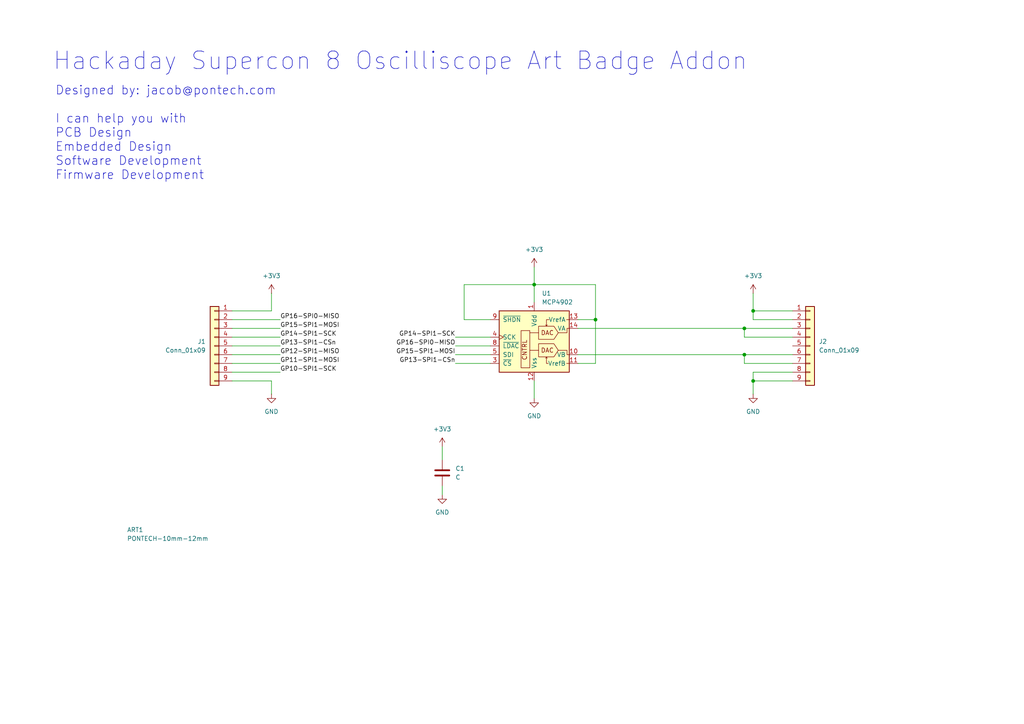
<source format=kicad_sch>
(kicad_sch (version 20231120) (generator "eeschema") (generator_version "8.0")
  (paper "A4")
  (title_block (title "Hackaday Supercon 8 Oscilliscope Art Badge Addon") (date "2024-10-20") (rev "A") (company "pontech.com"))
  (lib_symbols
    (symbol "1_pontech:PONTECH-10mm-12mm" (pin_names (offset 1.016))
      (property "Reference" "ART" (at 0 2.54 0))
      (property "Value" "PONTECH-10mm-12mm" (at 0 0 0))
    )
    (symbol "Analog_DAC:MCP4902" (pin_names (offset 1.016))
      (property "Reference" "U" (at -1.905 10.795 0))
      (property "Value" "MCP4902" (at -1.905 8.89 0))
      (symbol "MCP4902_0_0"
        (polyline (pts (xy 3.556 -5.842) (xy 3.302 -6.096)))
        (polyline (pts (xy 3.556 -5.842) (xy 3.81 -6.096)))
        (polyline (pts (xy 3.556 3.302) (xy 3.302 3.556)))
        (polyline (pts (xy 3.556 3.302) (xy 3.81 3.556)))
        (polyline (pts (xy 10.16 -7.62) (xy 9.398 -7.62)))
        (polyline (pts (xy 10.16 5.08) (xy 9.398 5.08)))
        (polyline (pts (xy 4.064 -7.62) (xy 3.556 -7.62) (xy 3.556 -5.842)))
        (polyline (pts (xy 4.318 5.08) (xy 3.556 5.08) (xy 3.556 3.302)))
        (polyline (pts (xy 6.985 -3.81) (xy 9.525 -3.81) (xy 9.525 -5.08) (xy 10.16 -5.08)))
        (polyline (pts (xy 6.985 1.27) (xy 9.525 1.27) (xy 9.525 2.54) (xy 10.16 2.54)))
        (text "CNTRL" (at -2.032 -6.731 900) (effects (font (size 1.27 1.27)) (justify left bottom)))
        (text "DAC" (at 3.81 -3.81 0) (effects (font (size 1.27 1.27))))
        (text "DAC" (at 3.81 1.27 0) (effects (font (size 1.27 1.27))))
      )
      (symbol "MCP4902_0_1"
        (rectangle (start -10.16 7.62) (end 10.16 -10.16) (stroke (width 0.254)) (fill (type background)))
        (rectangle (start -1.27 -8.89) (end -3.81 1.905))
        (polyline (pts (xy 1.27 -3.81) (xy -1.27 -3.81)))
        (polyline (pts (xy 1.27 1.27) (xy -1.27 1.27)))
        (polyline (pts (xy 6.985 -3.81) (xy 5.715 -1.905) (xy 1.27 -1.905) (xy 1.27 -5.715) (xy 5.715 -5.715) (xy 6.985 -3.81)))
        (polyline (pts (xy 6.985 1.27) (xy 5.715 3.175) (xy 1.27 3.175) (xy 1.27 -0.635) (xy 5.715 -0.635) (xy 6.985 1.27)))
      )
      (symbol "MCP4902_1_1"
        (pin power_in line (at 0 10.16 270) (length 2.54) (name "Vdd") (number "1"))
        (pin output line (at 12.7 -5.08 180) (length 2.54) (name "VB") (number "10"))
        (pin input line (at 12.7 -7.62 180) (length 2.54) (name "VrefB") (number "11"))
        (pin power_in line (at 0 -12.7 90) (length 2.54) (name "Vss") (number "12"))
        (pin input line (at 12.7 5.08 180) (length 2.54) (name "VrefA") (number "13"))
        (pin output line (at 12.7 2.54 180) (length 2.54) (name "VA") (number "14"))
        (pin no_connect line (at -7.62 -10.16 90) (length 2.54) hide (name "NC") (number "2"))
        (pin input line (at -12.7 -7.62 0) (length 2.54) (name "~{CS}") (number "3"))
        (pin input clock (at -12.7 0 0) (length 2.54) (name "SCK") (number "4"))
        (pin input line (at -12.7 -5.08 0) (length 2.54) (name "SDI") (number "5"))
        (pin no_connect line (at -5.08 -10.16 90) (length 2.54) hide (name "NC") (number "6"))
        (pin no_connect line (at -2.54 -10.16 90) (length 2.54) hide (name "NC") (number "7"))
        (pin input line (at -12.7 -2.54 0) (length 2.54) (name "~{LDAC}") (number "8"))
        (pin input line (at -12.7 5.08 0) (length 2.54) (name "~{SHDN}") (number "9"))
      )
    )
    (symbol "Connector_Generic:Conn_01x09" (pin_names (offset 1.016) hide)
      (property "Reference" "J" (at 0 12.7 0))
      (property "Value" "Conn_01x09" (at 0 -12.7 0))
      (symbol "Conn_01x09_1_1"
        (rectangle (start -1.27 -10.033) (end 0 -10.287) (stroke (width 0.1524)))
        (rectangle (start -1.27 -7.493) (end 0 -7.747) (stroke (width 0.1524)))
        (rectangle (start -1.27 -4.953) (end 0 -5.207) (stroke (width 0.1524)))
        (rectangle (start -1.27 -2.413) (end 0 -2.667) (stroke (width 0.1524)))
        (rectangle (start -1.27 0.127) (end 0 -0.127) (stroke (width 0.1524)))
        (rectangle (start -1.27 2.667) (end 0 2.413) (stroke (width 0.1524)))
        (rectangle (start -1.27 5.207) (end 0 4.953) (stroke (width 0.1524)))
        (rectangle (start -1.27 7.747) (end 0 7.493) (stroke (width 0.1524)))
        (rectangle (start -1.27 10.287) (end 0 10.033) (stroke (width 0.1524)))
        (rectangle (start -1.27 11.43) (end 1.27 -11.43) (stroke (width 0.254)) (fill (type background)))
        (pin passive line (at -5.08 10.16 0) (length 3.81) (name "Pin_1") (number "1"))
        (pin passive line (at -5.08 7.62 0) (length 3.81) (name "Pin_2") (number "2"))
        (pin passive line (at -5.08 5.08 0) (length 3.81) (name "Pin_3") (number "3"))
        (pin passive line (at -5.08 2.54 0) (length 3.81) (name "Pin_4") (number "4"))
        (pin passive line (at -5.08 0 0) (length 3.81) (name "Pin_5") (number "5"))
        (pin passive line (at -5.08 -2.54 0) (length 3.81) (name "Pin_6") (number "6"))
        (pin passive line (at -5.08 -5.08 0) (length 3.81) (name "Pin_7") (number "7"))
        (pin passive line (at -5.08 -7.62 0) (length 3.81) (name "Pin_8") (number "8"))
        (pin passive line (at -5.08 -10.16 0) (length 3.81) (name "Pin_9") (number "9"))
      )
    )
    (symbol "Device:C" (pin_numbers hide) (pin_names (offset 0.254))
      (property "Reference" "C" (at 0.635 2.54 0))
      (property "Value" "C" (at 0.635 -2.54 0))
      (symbol "C_0_1"
        (polyline (pts (xy -2.032 -0.762) (xy 2.032 -0.762)) (stroke (width 0.508)))
        (polyline (pts (xy -2.032 0.762) (xy 2.032 0.762)) (stroke (width 0.508)))
      )
      (symbol "C_1_1"
        (pin passive line (at 0 3.81 270) (length 2.794) (name "~") (number "1"))
        (pin passive line (at 0 -3.81 90) (length 2.794) (name "~") (number "2"))
      )
    )
    (symbol "power:+3V3" (power) (pin_numbers hide) (pin_names (offset 0) hide)
      (property "Value" "+3V3" (at 0 3.556 0))
      (symbol "+3V3_0_1"
        (polyline (pts (xy -0.762 1.27) (xy 0 2.54)))
        (polyline (pts (xy 0 0) (xy 0 2.54)))
        (polyline (pts (xy 0 2.54) (xy 0.762 1.27)))
      )
      (symbol "+3V3_1_1"
        (pin power_in line (at 0 0 90) (length 0) (name "~") (number "1"))
      )
    )
    (symbol "power:GND" (power) (pin_numbers hide) (pin_names (offset 0) hide)
      (property "Value" "GND" (at 0 -3.81 0))
      (symbol "GND_0_1"
        (polyline (pts (xy 0 0) (xy 0 -1.27) (xy 1.27 -1.27) (xy 0 -2.54) (xy -1.27 -1.27) (xy 0 -1.27)))
      )
      (symbol "GND_1_1"
        (pin power_in line (at 0 0 270) (length 0) (name "~") (number "1"))
      )
    )
  )
  (junction (at 218.44 90.17))
  (junction (at 154.94 82.55))
  (junction (at 215.9 102.87))
  (junction (at 218.44 110.49))
  (junction (at 172.72 92.71))
  (junction (at 215.9 95.25))
  (wire (pts (xy 154.94 82.55) (xy 172.72 82.55)))
  (wire (pts (xy 215.9 102.87) (xy 229.87 102.87)))
  (wire (pts (xy 78.74 110.49) (xy 67.31 110.49)))
  (wire (pts (xy 81.28 95.25) (xy 67.31 95.25)))
  (wire (pts (xy 167.64 105.41) (xy 172.72 105.41)))
  (wire (pts (xy 172.72 92.71) (xy 172.72 82.55)))
  (wire (pts (xy 167.64 92.71) (xy 172.72 92.71)))
  (wire (pts (xy 78.74 114.3) (xy 78.74 110.49)))
  (wire (pts (xy 128.27 129.54) (xy 128.27 133.35)))
  (wire (pts (xy 132.08 100.33) (xy 142.24 100.33)))
  (wire (pts (xy 78.74 85.09) (xy 78.74 90.17)))
  (wire (pts (xy 142.24 92.71) (xy 134.62 92.71)))
  (wire (pts (xy 218.44 107.95) (xy 218.44 110.49)))
  (wire (pts (xy 215.9 97.79) (xy 229.87 97.79)))
  (wire (pts (xy 218.44 90.17) (xy 229.87 90.17)))
  (wire (pts (xy 215.9 105.41) (xy 229.87 105.41)))
  (wire (pts (xy 81.28 92.71) (xy 67.31 92.71)))
  (wire (pts (xy 81.28 105.41) (xy 67.31 105.41)))
  (wire (pts (xy 229.87 107.95) (xy 218.44 107.95)))
  (wire (pts (xy 218.44 85.09) (xy 218.44 90.17)))
  (wire (pts (xy 215.9 102.87) (xy 215.9 105.41)))
  (wire (pts (xy 132.08 102.87) (xy 142.24 102.87)))
  (wire (pts (xy 78.74 90.17) (xy 67.31 90.17)))
  (wire (pts (xy 172.72 105.41) (xy 172.72 92.71)))
  (wire (pts (xy 215.9 95.25) (xy 215.9 97.79)))
  (wire (pts (xy 154.94 110.49) (xy 154.94 115.57)))
  (wire (pts (xy 81.28 107.95) (xy 67.31 107.95)))
  (wire (pts (xy 167.64 102.87) (xy 215.9 102.87)))
  (wire (pts (xy 218.44 110.49) (xy 229.87 110.49)))
  (wire (pts (xy 81.28 102.87) (xy 67.31 102.87)))
  (wire (pts (xy 154.94 77.47) (xy 154.94 82.55)))
  (wire (pts (xy 229.87 92.71) (xy 218.44 92.71)))
  (wire (pts (xy 132.08 97.79) (xy 142.24 97.79)))
  (wire (pts (xy 218.44 114.3) (xy 218.44 110.49)))
  (wire (pts (xy 81.28 97.79) (xy 67.31 97.79)))
  (wire (pts (xy 154.94 82.55) (xy 154.94 87.63)))
  (wire (pts (xy 134.62 82.55) (xy 154.94 82.55)))
  (wire (pts (xy 128.27 140.97) (xy 128.27 143.51)))
  (wire (pts (xy 81.28 100.33) (xy 67.31 100.33)))
  (wire (pts (xy 215.9 95.25) (xy 229.87 95.25)))
  (wire (pts (xy 132.08 105.41) (xy 142.24 105.41)))
  (wire (pts (xy 167.64 95.25) (xy 215.9 95.25)))
  (wire (pts (xy 134.62 92.71) (xy 134.62 82.55)))
  (wire (pts (xy 218.44 92.71) (xy 218.44 90.17)))
  (text "Hackaday Supercon 8 Oscilliscope Art Badge Addon" (at 15.24 17.78 0) (effects (font (size 5.08 5.08)) (justify left)))
  (text "Designed by: jacob@pontech.com\n\nI can help you with\nPCB Design\nEmbedded Design\nSoftware Development\nFirmware Development\n" (at 16.002 38.608 0) (effects (font (size 2.54 2.54)) (justify left)))
  (label "GP16-SPI0-MISO" (at 132.08 100.33 180))
  (label "GP16-SPI0-MISO" (at 81.28 92.71 0))
  (label "GP10-SPI1-SCK" (at 81.28 107.95 0))
  (label "GP13-SPI1-CSn" (at 81.28 100.33 0))
  (label "GP15-SPI1-MOSI" (at 132.08 102.87 180))
  (label "GP11-SPI1-MOSI" (at 81.28 105.41 0))
  (label "GP15-SPI1-MOSI" (at 81.28 95.25 0))
  (label "GP13-SPI1-CSn" (at 132.08 105.41 180))
  (label "GP14-SPI1-SCK" (at 132.08 97.79 180))
  (label "GP14-SPI1-SCK" (at 81.28 97.79 0))
  (label "GP12-SPI1-MISO" (at 81.28 102.87 0))
  (symbol (lib_id "Connector_Generic:Conn_01x09") (at 62.23 100.33 0) (mirror y) (unit 1)
    (property "Reference" "J1" (at 59.69 99.0599 0) (effects (justify left)))
    (property "Value" "Conn_01x09" (at 59.69 101.5999 0) (effects (justify left)))
    (property "Footprint" "Package_SIP:SIP-9_22.3x3mm_P2.54mm" (effects (hide yes)))
    (property "Description" "Generic connector, single row, 01x09, script generated (kicad-library-utils/schlib/autogen/connector/)" (effects (hide yes)))
  )
  (symbol (lib_id "power:+3V3") (at 154.94 77.47 0) (unit 1)
    (property "Reference" "#PWR03" (effects (hide yes)))
    (property "Value" "+3V3" (at 154.94 72.39 0))
    (property "Description" "Power symbol creates a global label with name \"+3V3\"" (effects (hide yes)))
  )
  (symbol (lib_id "Device:C") (at 128.27 137.16 0) (unit 1)
    (property "Reference" "C1" (at 132.08 135.8899 0) (effects (justify left)))
    (property "Value" "C" (at 132.08 138.4299 0) (effects (justify left)))
    (property "Footprint" "Capacitor_THT:C_Disc_D5.0mm_W2.5mm_P2.50mm" (effects (hide yes)))
    (property "Description" "Unpolarized capacitor" (effects (hide yes)))
  )
  (symbol (lib_id "power:GND") (at 218.44 114.3 0) (unit 1)
    (property "Reference" "#PWR06" (effects (hide yes)))
    (property "Value" "GND" (at 218.44 119.38 0))
    (property "Description" "Power symbol creates a global label with name \"GND\" , ground" (effects (hide yes)))
  )
  (symbol (lib_id "power:+3V3") (at 128.27 129.54 0) (unit 1)
    (property "Reference" "#PWR07" (effects (hide yes)))
    (property "Value" "+3V3" (at 128.27 124.46 0))
    (property "Description" "Power symbol creates a global label with name \"+3V3\"" (effects (hide yes)))
  )
  (symbol (lib_id "1_pontech:PONTECH-10mm-12mm") (at 35.56 154.94 0) (unit 1)
    (property "Reference" "ART1" (at 36.83 153.6699 0) (effects (justify left)))
    (property "Value" "PONTECH-10mm-12mm" (at 36.83 156.2099 0) (effects (justify left)))
    (property "Footprint" "a_pontech:PONTECH-10mm-12mm" (effects (hide yes)))
    (property "Description" "PONTECH-10mm-12mm ARTWORK" (effects (hide yes)))
  )
  (symbol (lib_id "power:GND") (at 128.27 143.51 0) (unit 1)
    (property "Reference" "#PWR08" (effects (hide yes)))
    (property "Value" "GND" (at 128.27 148.59 0))
    (property "Description" "Power symbol creates a global label with name \"GND\" , ground" (effects (hide yes)))
  )
  (symbol (lib_id "power:GND") (at 154.94 115.57 0) (unit 1)
    (property "Reference" "#PWR04" (effects (hide yes)))
    (property "Value" "GND" (at 154.94 120.65 0))
    (property "Description" "Power symbol creates a global label with name \"GND\" , ground" (effects (hide yes)))
  )
  (symbol (lib_id "Connector_Generic:Conn_01x09") (at 234.95 100.33 0) (unit 1)
    (property "Reference" "J2" (at 237.49 99.0599 0) (effects (justify left)))
    (property "Value" "Conn_01x09" (at 237.49 101.5999 0) (effects (justify left)))
    (property "Footprint" "Package_SIP:SIP-9_22.3x3mm_P2.54mm" (effects (hide yes)))
    (property "Description" "Generic connector, single row, 01x09, script generated (kicad-library-utils/schlib/autogen/connector/)" (effects (hide yes)))
  )
  (symbol (lib_id "power:+3V3") (at 218.44 85.09 0) (unit 1)
    (property "Reference" "#PWR05" (effects (hide yes)))
    (property "Value" "+3V3" (at 218.44 80.01 0))
    (property "Description" "Power symbol creates a global label with name \"+3V3\"" (effects (hide yes)))
  )
  (symbol (lib_id "power:GND") (at 78.74 114.3 0) (mirror y) (unit 1)
    (property "Reference" "#PWR02" (effects (hide yes)))
    (property "Value" "GND" (at 78.74 119.38 0))
    (property "Description" "Power symbol creates a global label with name \"GND\" , ground" (effects (hide yes)))
  )
  (symbol (lib_id "power:+3V3") (at 78.74 85.09 0) (mirror y) (unit 1)
    (property "Reference" "#PWR01" (effects (hide yes)))
    (property "Value" "+3V3" (at 78.74 80.01 0))
    (property "Description" "Power symbol creates a global label with name \"+3V3\"" (effects (hide yes)))
  )
  (symbol (lib_id "Analog_DAC:MCP4902") (at 154.94 97.79 0) (unit 1)
    (property "Reference" "U1" (at 157.1341 85.09 0) (effects (justify left)))
    (property "Value" "MCP4902" (at 157.1341 87.63 0) (effects (justify left)))
    (property "Footprint" "Package_DIP:DIP-14_W7.62mm_LongPads" (effects (hide yes)))
    (property "Datasheet" "http://ww1.microchip.com/downloads/en/DeviceDoc/22250A.pdf" (effects (hide yes)))
    (property "Description" "2-Channel 8-Bit D/A Converters with SPI Interface" (effects (hide yes)))
  )
)
</source>
